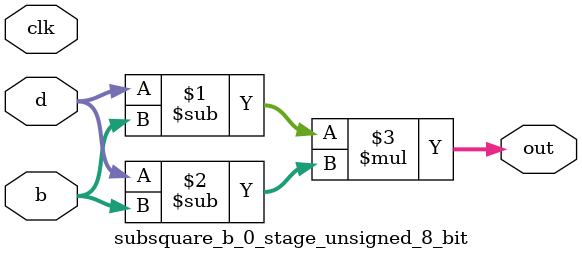
<source format=sv>
(* use_dsp = "yes" *) module subsquare_b_0_stage_unsigned_8_bit(
	input  [7:0] b,
	input  [7:0] d,
	output [7:0] out,
	input clk);

	assign out = (d - b) * (d - b);
endmodule

</source>
